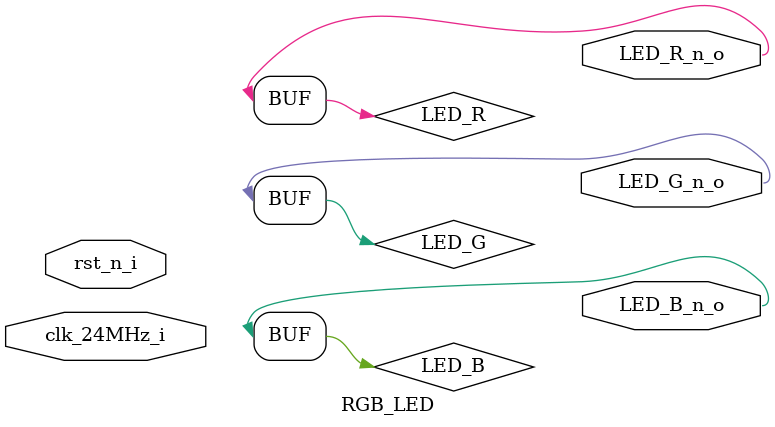
<source format=v>
module RGB_LED (
	clk_24MHz_i ,
	rst_n_i     ,
	LED_R_n_o   ,
	LED_G_n_o   ,
	LED_B_n_o    
) ;

/*    _i  : Input            */
/*    _o  : Output           */
/*    _b  : Bidirectional    */
/*    _od : Open Drain       */
/*    _p  : Posedge          */
/*    _n  : Negedge          */

/****************************************************************/

input          clk_24MHz_i   ;
input          rst_n_i       ;

wire           clk_24MHz_i   ;
wire           rst_n_i       ;

/****************************************************************/

reg    [15:00] PWM_Counter   ;

/****/

always @ ( posedge clk_24MHz_i or negedge rst_n_i ) begin
	if ( ! rst_n_i ) begin
		PWM_Counter <= 16'h0000 ;
	end
	else begin
		PWM_Counter <= PWM_Counter + 1'b1 ;
	end
end

/****/

wire           PWM_clk_p_i   ;

assign PWM_clk_p_i = ( PWM_Counter == 16'hFFFF ) ;

/****************************************************************/

reg    [02:00] RGB_State     ;
reg    [07:00] R_PWM_Counter ;
reg    [07:00] G_PWM_Counter ;
reg    [07:00] B_PWM_Counter ;

/****/

always @ ( posedge PWM_clk_p_i or negedge rst_n_i ) begin
	if ( ! rst_n_i ) begin
		RGB_State     <= 3'b000 ;
		R_PWM_Counter <= 8'h00  ;
		G_PWM_Counter <= 8'h00  ;
		B_PWM_Counter <= 8'h00  ;
	end
	else begin
		if ( RGB_State == 3'b000 ) begin
			     if ( R_PWM_Counter != 8'hFF ) begin
				RGB_State     <= RGB_State            ;
				R_PWM_Counter <= R_PWM_Counter + 1'b1 ;
				G_PWM_Counter <= G_PWM_Counter        ;
				B_PWM_Counter <= B_PWM_Counter        ;
			end
			else if ( R_PWM_Counter == 8'hFF ) begin
				RGB_State     <= 3'b100               ;
				R_PWM_Counter <= R_PWM_Counter        ;
				G_PWM_Counter <= G_PWM_Counter        ;
				B_PWM_Counter <= B_PWM_Counter        ;
			end
			else begin
				RGB_State     <= RGB_State            ;
				R_PWM_Counter <= R_PWM_Counter        ;
				G_PWM_Counter <= G_PWM_Counter        ;
				B_PWM_Counter <= B_PWM_Counter        ;
			end
		end
		else if ( RGB_State == 3'b100 ) begin
			     if ( G_PWM_Counter != 8'hFF ) begin
				RGB_State     <= RGB_State            ;
				R_PWM_Counter <= R_PWM_Counter        ;
				G_PWM_Counter <= G_PWM_Counter + 1'b1 ;
				B_PWM_Counter <= B_PWM_Counter        ;
			end
			else if ( G_PWM_Counter == 8'hFF ) begin
				RGB_State     <= 3'b110               ;
				R_PWM_Counter <= R_PWM_Counter        ;
				G_PWM_Counter <= G_PWM_Counter        ;
				B_PWM_Counter <= B_PWM_Counter        ;
			end
			else begin
				RGB_State     <= RGB_State            ;
				R_PWM_Counter <= R_PWM_Counter        ;
				G_PWM_Counter <= G_PWM_Counter        ;
				B_PWM_Counter <= B_PWM_Counter        ;
			end
		end
		if ( RGB_State == 3'b110 ) begin
			     if ( R_PWM_Counter != 8'h00 ) begin
				RGB_State     <= RGB_State            ;
				R_PWM_Counter <= R_PWM_Counter - 1'b1 ;
				G_PWM_Counter <= G_PWM_Counter        ;
				B_PWM_Counter <= B_PWM_Counter        ;
			end
			else if ( R_PWM_Counter == 8'h00 ) begin
				RGB_State     <= 3'b010               ;
				R_PWM_Counter <= R_PWM_Counter        ;
				G_PWM_Counter <= G_PWM_Counter        ;
				B_PWM_Counter <= B_PWM_Counter        ;
			end
			else begin
				RGB_State     <= RGB_State            ;
				R_PWM_Counter <= R_PWM_Counter        ;
				G_PWM_Counter <= G_PWM_Counter        ;
				B_PWM_Counter <= B_PWM_Counter        ;
			end
		end
		if ( RGB_State == 3'b010 ) begin
			     if ( B_PWM_Counter != 8'hFF ) begin
				RGB_State     <= RGB_State            ;
				R_PWM_Counter <= R_PWM_Counter        ;
				G_PWM_Counter <= G_PWM_Counter        ;
				B_PWM_Counter <= B_PWM_Counter + 1'b1 ;
			end
			else if ( B_PWM_Counter == 8'hFF ) begin
				RGB_State     <= 3'b011               ;
				R_PWM_Counter <= R_PWM_Counter        ;
				G_PWM_Counter <= G_PWM_Counter        ;
				B_PWM_Counter <= B_PWM_Counter        ;
			end
			else begin
				RGB_State     <= RGB_State            ;
				R_PWM_Counter <= R_PWM_Counter        ;
				G_PWM_Counter <= G_PWM_Counter        ;
				B_PWM_Counter <= B_PWM_Counter        ;
			end
		end
		if ( RGB_State == 3'b011 ) begin
			     if ( G_PWM_Counter != 8'h00 ) begin
				RGB_State     <= RGB_State            ;
				R_PWM_Counter <= R_PWM_Counter        ;
				G_PWM_Counter <= G_PWM_Counter - 1'b1 ;
				B_PWM_Counter <= B_PWM_Counter        ;
			end
			else if ( G_PWM_Counter == 8'h00 ) begin
				RGB_State     <= 3'b001               ;
				R_PWM_Counter <= R_PWM_Counter        ;
				G_PWM_Counter <= G_PWM_Counter        ;
				B_PWM_Counter <= B_PWM_Counter        ;
			end
			else begin
				RGB_State     <= RGB_State            ;
				R_PWM_Counter <= R_PWM_Counter        ;
				G_PWM_Counter <= G_PWM_Counter        ;
				B_PWM_Counter <= B_PWM_Counter        ;
			end
		end
		if ( RGB_State == 3'b001 ) begin
			     if ( R_PWM_Counter != 8'hFF ) begin
				RGB_State     <= RGB_State            ;
				R_PWM_Counter <= R_PWM_Counter + 1'b1 ;
				G_PWM_Counter <= G_PWM_Counter        ;
				B_PWM_Counter <= B_PWM_Counter        ;
			end
			else if ( R_PWM_Counter == 8'hFF ) begin
				RGB_State     <= 3'b101               ;
				R_PWM_Counter <= R_PWM_Counter        ;
				G_PWM_Counter <= G_PWM_Counter        ;
				B_PWM_Counter <= B_PWM_Counter        ;
			end
			else begin
				RGB_State     <= RGB_State            ;
				R_PWM_Counter <= R_PWM_Counter        ;
				G_PWM_Counter <= G_PWM_Counter        ;
				B_PWM_Counter <= B_PWM_Counter        ;
			end
		end
		else if ( RGB_State == 3'b101 ) begin
			     if ( B_PWM_Counter != 8'h00 ) begin
				RGB_State     <= RGB_State            ;
				R_PWM_Counter <= R_PWM_Counter        ;
				G_PWM_Counter <= G_PWM_Counter        ;
				B_PWM_Counter <= B_PWM_Counter - 1'b1 ;
			end
			else if ( B_PWM_Counter == 8'h00 ) begin
				RGB_State     <= 3'b100               ;
				R_PWM_Counter <= R_PWM_Counter        ;
				G_PWM_Counter <= G_PWM_Counter        ;
				B_PWM_Counter <= B_PWM_Counter        ;
			end
			else begin
				RGB_State     <= RGB_State            ;
				R_PWM_Counter <= R_PWM_Counter        ;
				G_PWM_Counter <= G_PWM_Counter        ;
				B_PWM_Counter <= B_PWM_Counter        ;
			end
		end
	end
end

/****************************************************************/

reg            LED_R         ;
reg            LED_G         ;
reg            LED_B         ;
wire           LED_R_i       ;
wire           LED_G_i       ;
wire           LED_B_i       ;

/****/

assign LED_R_i = ( PWM_Counter [15:08] < R_PWM_Counter ) ? ( 1'b0 ) : ( 1'b1 ) ;
assign LED_G_i = ( PWM_Counter [15:08] < G_PWM_Counter ) ? ( 1'b0 ) : ( 1'b1 ) ;
assign LED_B_i = ( PWM_Counter [15:08] < B_PWM_Counter ) ? ( 1'b0 ) : ( 1'b1 ) ;

/****/

always @ ( posedge clk_33MHz_i or negedge rst_n_i ) begin
	if ( ! rst_n_i ) begin
		H_Scanning_Counter <= 'b0 ;
	end
	else begin
		H_Scanning_Counter <= H_Scanning_Counter_i ;
	end
end

/****/

output         LED_R_n_o     ;
output         LED_G_n_o     ;
output         LED_B_n_o     ;

wire           LED_R_n_o     ;
wire           LED_G_n_o     ;
wire           LED_B_n_o     ;

assign LED_R_n_o = LED_R ;
assign LED_G_n_o = LED_G ;
assign LED_B_n_o = LED_B ;

/****************************************************************/

endmodule

</source>
